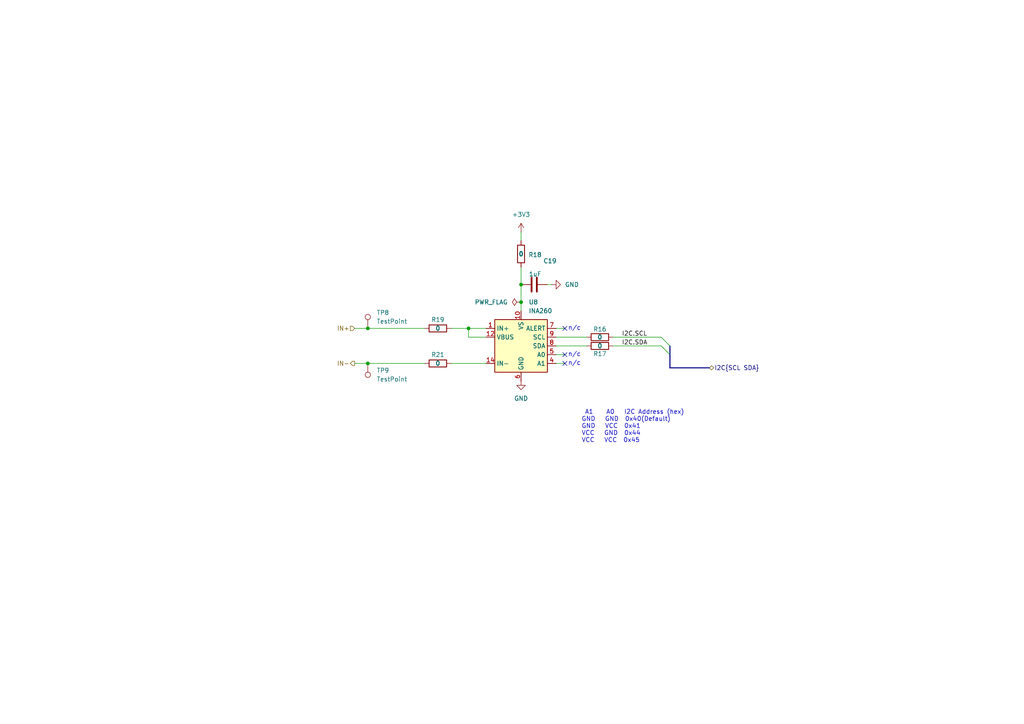
<source format=kicad_sch>
(kicad_sch (version 20231120) (generator "eeschema") (generator_version "8.0")
  (paper "A4")
  (title_block (title "Sensor - Current") (company "catbranchman") (comment 1 "Electrical Engineering Department") (comment 2 "EE 156 / Stanford University") (comment 3 "Flight Club, W6YX, Endurance"))
  (lib_symbols
    (symbol "Connector:TestPoint" (pin_numbers hide) (pin_names (offset 0.762) hide)
      (property "Reference" "TP" (at 0 6.858 0))
      (property "Value" "TestPoint" (at 0 5.08 0))
      (symbol "TestPoint_0_1"
        (circle (center 0 3.302) (radius 0.762))
      )
      (symbol "TestPoint_1_1"
        (pin passive line (at 0 0 90) (length 2.54) (name "1") (number "1"))
      )
    )
    (symbol "Device:C" (pin_numbers hide) (pin_names (offset 0.254))
      (property "Reference" "C" (at 0.635 2.54 0))
      (property "Value" "C" (at 0.635 -2.54 0))
      (symbol "C_0_1"
        (polyline (pts (xy -2.032 -0.762) (xy 2.032 -0.762)) (stroke (width 0.508)))
        (polyline (pts (xy -2.032 0.762) (xy 2.032 0.762)) (stroke (width 0.508)))
      )
      (symbol "C_1_1"
        (pin passive line (at 0 3.81 270) (length 2.794) (name "~") (number "1"))
        (pin passive line (at 0 -3.81 90) (length 2.794) (name "~") (number "2"))
      )
    )
    (symbol "Device:R" (pin_numbers hide) (pin_names (offset 0))
      (property "Reference" "R" (at 2.032 0 90))
      (property "Value" "R" (at 0 0 90))
      (symbol "R_0_1"
        (rectangle (start -1.016 -2.54) (end 1.016 2.54) (stroke (width 0.254)))
      )
      (symbol "R_1_1"
        (pin passive line (at 0 3.81 270) (length 1.27) (name "~") (number "1"))
        (pin passive line (at 0 -3.81 90) (length 1.27) (name "~") (number "2"))
      )
    )
    (symbol "Sensor:INA260"
      (property "Reference" "U" (at -6.35 8.89 0))
      (property "Value" "INA260" (at 2.54 8.89 0))
      (symbol "INA260_0_1"
        (rectangle (start -7.62 7.62) (end 7.62 -7.62) (stroke (width 0.254)) (fill (type background)))
      )
      (symbol "INA260_1_1"
        (pin passive line (at -10.16 5.08 0) (length 2.54) (name "IN+") (number "1"))
        (pin power_in line (at 0 10.16 270) (length 2.54) (name "VS") (number "10"))
        (pin passive line (at 0 -10.16 90) (length 2.54) hide (name "GND") (number "11"))
        (pin passive line (at -10.16 2.54 0) (length 2.54) (name "VBUS") (number "12"))
        (pin no_connect line (at 2.54 -7.62 90) (length 2.54) hide (name "NC") (number "13"))
        (pin passive line (at -10.16 -5.08 0) (length 2.54) (name "IN-") (number "14"))
        (pin passive line (at -10.16 -5.08 0) (length 2.54) hide (name "IN-") (number "15"))
        (pin passive line (at -10.16 -5.08 0) (length 2.54) hide (name "IN-") (number "16"))
        (pin passive line (at -10.16 5.08 0) (length 2.54) hide (name "IN+") (number "2"))
        (pin passive line (at -10.16 5.08 0) (length 2.54) hide (name "IN+") (number "3"))
        (pin input line (at 10.16 -5.08 180) (length 2.54) (name "A1") (number "4"))
        (pin input line (at 10.16 -2.54 180) (length 2.54) (name "A0") (number "5"))
        (pin power_in line (at 0 -10.16 90) (length 2.54) (name "GND") (number "6"))
        (pin open_collector line (at 10.16 5.08 180) (length 2.54) (name "ALERT") (number "7"))
        (pin bidirectional line (at 10.16 0 180) (length 2.54) (name "SDA") (number "8"))
        (pin input line (at 10.16 2.54 180) (length 2.54) (name "SCL") (number "9"))
      )
    )
    (symbol "power:+3V3" (power) (pin_numbers hide) (pin_names (offset 0) hide)
      (property "Value" "+3V3" (at 0 3.556 0))
      (symbol "+3V3_0_1"
        (polyline (pts (xy -0.762 1.27) (xy 0 2.54)))
        (polyline (pts (xy 0 0) (xy 0 2.54)))
        (polyline (pts (xy 0 2.54) (xy 0.762 1.27)))
      )
      (symbol "+3V3_1_1"
        (pin power_in line (at 0 0 90) (length 0) (name "~") (number "1"))
      )
    )
    (symbol "power:GND" (power) (pin_numbers hide) (pin_names (offset 0) hide)
      (property "Value" "GND" (at 0 -3.81 0))
      (symbol "GND_0_1"
        (polyline (pts (xy 0 0) (xy 0 -1.27) (xy 1.27 -1.27) (xy 0 -2.54) (xy -1.27 -1.27) (xy 0 -1.27)))
      )
      (symbol "GND_1_1"
        (pin power_in line (at 0 0 270) (length 0) (name "~") (number "1"))
      )
    )
    (symbol "power:PWR_FLAG" (power) (pin_numbers hide) (pin_names (offset 0) hide)
      (property "Value" "PWR_FLAG" (at 0 3.81 0))
      (symbol "PWR_FLAG_0_0"
        (pin power_out line (at 0 0 90) (length 0) (name "~") (number "1"))
      )
      (symbol "PWR_FLAG_0_1"
        (polyline (pts (xy 0 0) (xy 0 1.27) (xy -1.016 1.905) (xy 0 2.54) (xy 1.016 1.905) (xy 0 1.27)))
      )
    )
  )
  (junction (at 151.13 87.63))
  (junction (at 106.68 95.25))
  (junction (at 106.68 105.41))
  (junction (at 151.13 82.55))
  (junction (at 135.89 95.25))
  (no_connect (at 163.83 95.25))
  (no_connect (at 163.83 102.87))
  (no_connect (at 163.83 105.41))
  (bus_entry (at 191.77 97.79) (size 2.54 2.54))
  (bus_entry (at 191.77 100.33) (size 2.54 2.54))
  (wire (pts (xy 106.68 95.25) (xy 123.19 95.25)))
  (wire (pts (xy 102.87 105.41) (xy 106.68 105.41)))
  (wire (pts (xy 151.13 77.47) (xy 151.13 82.55)))
  (bus (pts (xy 194.31 100.33) (xy 194.31 102.87)))
  (wire (pts (xy 151.13 82.55) (xy 151.13 87.63)))
  (wire (pts (xy 135.89 97.79) (xy 135.89 95.25)))
  (wire (pts (xy 102.87 95.25) (xy 106.68 95.25)))
  (wire (pts (xy 135.89 95.25) (xy 140.97 95.25)))
  (wire (pts (xy 160.02 82.55) (xy 158.75 82.55)))
  (wire (pts (xy 140.97 97.79) (xy 135.89 97.79)))
  (wire (pts (xy 177.8 100.33) (xy 191.77 100.33)))
  (wire (pts (xy 161.29 95.25) (xy 163.83 95.25)))
  (wire (pts (xy 161.29 100.33) (xy 170.18 100.33)))
  (wire (pts (xy 161.29 97.79) (xy 170.18 97.79)))
  (wire (pts (xy 161.29 102.87) (xy 163.83 102.87)))
  (wire (pts (xy 161.29 105.41) (xy 163.83 105.41)))
  (wire (pts (xy 177.8 97.79) (xy 191.77 97.79)))
  (wire (pts (xy 151.13 67.31) (xy 151.13 69.85)))
  (wire (pts (xy 130.81 105.41) (xy 140.97 105.41)))
  (bus (pts (xy 194.31 102.87) (xy 194.31 106.68)))
  (wire (pts (xy 151.13 87.63) (xy 151.13 90.17)))
  (wire (pts (xy 130.81 95.25) (xy 135.89 95.25)))
  (bus (pts (xy 194.31 106.68) (xy 205.74 106.68)))
  (wire (pts (xy 106.68 105.41) (xy 123.19 105.41)))
  (text " A1    A0   I2C Address (hex)\nGND   GND  0x40(Default)\nGND   VCC  0x41\nVCC   GND  0x44\nVCC   VCC  0x45" (at 168.656 118.872 0) (effects (font (size 1.27 1.27)) (justify left top)))
  (text "n/c" (at 166.624 105.41 0) (effects (font (size 1.27 1.27))))
  (text "n/c" (at 166.624 95.25 0) (effects (font (size 1.27 1.27))))
  (text "n/c" (at 166.624 102.87 0) (effects (font (size 1.27 1.27))))
  (label "I2C.SDA" (at 180.34 100.33 0))
  (label "I2C.SCL" (at 180.34 97.79 0))
  (hierarchical_label "I2C{SCL SDA}" (shape bidirectional) (at 205.74 106.68 0))
  (hierarchical_label "IN-" (shape output) (at 102.87 105.41 180))
  (hierarchical_label "IN+" (shape input) (at 102.87 95.25 180))
  (symbol (lib_id "power:GND") (at 160.02 82.55 90) (unit 1)
    (property "Reference" "#PWR073" (effects (hide yes)))
    (property "Value" "GND" (at 163.83 82.5499 90) (effects (justify right)))
    (property "Description" "Power symbol creates a global label with name \"GND\" , ground" (effects (hide yes)))
  )
  (symbol (lib_id "Device:R") (at 127 95.25 270) (unit 1)
    (property "Reference" "R19" (at 127 92.71 90))
    (property "Value" "0" (at 127 95.25 90) (effects (font (thickness 0.254) (bold yes))))
    (property "Footprint" "Resistor_SMD:R_0603_1608Metric" (effects (hide yes)))
    (property "Datasheet" "Datasheet" (effects (hide yes)))
    (property "Description" "Resistor" (effects (hide yes)))
    (property "Mfr" "YAGEO" (effects (hide yes)))
    (property "Mfr P/N" "RC0603JR-070RL" (effects (hide yes)))
    (property "Supplier_1" "Digikey" (effects (hide yes)))
    (property "Supplier_1 P/N" "311-0.0GRCT-ND" (effects (hide yes)))
    (property "Supplier_1 Unit Price" "$0.10000 " (effects (hide yes)))
    (property "Supplier_1 Price @ Qty" "$0.00304 " (effects (hide yes)))
  )
  (symbol (lib_id "Device:R") (at 173.99 97.79 270) (unit 1)
    (property "Reference" "R16" (at 173.99 95.504 90))
    (property "Value" "0" (at 173.99 97.79 90) (effects (font (thickness 0.254) (bold yes))))
    (property "Footprint" "Resistor_SMD:R_0603_1608Metric" (effects (hide yes)))
    (property "Datasheet" "Datasheet" (effects (hide yes)))
    (property "Description" "Resistor" (effects (hide yes)))
    (property "Mfr" "YAGEO" (effects (hide yes)))
    (property "Mfr P/N" "RC0603JR-070RL" (effects (hide yes)))
    (property "Supplier_1" "Digikey" (effects (hide yes)))
    (property "Supplier_1 P/N" "311-0.0GRCT-ND" (effects (hide yes)))
    (property "Supplier_1 Unit Price" "$0.10000 " (effects (hide yes)))
    (property "Supplier_1 Price @ Qty" "$0.00304 " (effects (hide yes)))
  )
  (symbol (lib_id "Connector:TestPoint") (at 106.68 95.25 0) (unit 1)
    (property "Reference" "TP8" (at 109.22 90.6779 0) (effects (justify left)))
    (property "Value" "TestPoint" (at 109.22 93.2179 0) (effects (justify left)))
    (property "Footprint" "TestPoint:TestPoint_Loop_D2.50mm_Drill1.0mm" (effects (hide yes)))
    (property "Datasheet" "https://www.keyelco.com/userAssets/file/M65p56.pdf" (effects (hide yes)))
    (property "Description" "test point" (effects (hide yes)))
    (property "Mfr" "Keystone Electronics" (effects (hide yes)))
    (property "Mfr P/N" "5001" (effects (hide yes)))
    (property "Supplier_1" "Digikey" (effects (hide yes)))
    (property "Supplier_1 P/N" "36-5001-ND" (effects (hide yes)))
    (property "Supplier_1 Unit Price" "$0.41000 " (effects (hide yes)))
    (property "Supplier_1 Price @ Qty" "$0.14964 " (effects (hide yes)))
  )
  (symbol (lib_id "power:GND") (at 151.13 110.49 0) (unit 1)
    (property "Reference" "#PWR052" (effects (hide yes)))
    (property "Value" "GND" (at 151.13 115.57 0))
    (property "Description" "Power symbol creates a global label with name \"GND\" , ground" (effects (hide yes)))
  )
  (symbol (lib_id "Sensor:INA260") (at 151.13 100.33 0) (unit 1)
    (property "Reference" "U8" (at 153.3241 87.63 0) (effects (justify left)))
    (property "Value" "INA260" (at 153.3241 90.17 0) (effects (justify left)))
    (property "Footprint" "Package_SO:TSSOP-16_4.4x5mm_P0.65mm" (effects (hide yes)))
    (property "Datasheet" "http://www.ti.com/lit/ds/symlink/ina260.pdf" (effects (hide yes)))
    (property "Description" "Current Monitor Regulator High/Low-Side 10mA 16-TSSOP" (effects (hide yes)))
    (property "Mfr" "Texas Instruments" (effects (hide yes)))
    (property "Mfr P/N" "INA260AIPWR" (effects (hide yes)))
    (property "Supplier_1" "Digikey" (effects (hide yes)))
    (property "Supplier_1 P/N" "296-47777-1-ND" (effects (hide yes)))
    (property "Supplier_1 Unit Price" "$5.43000" (effects (hide yes)))
    (property "Supplier_1 Price @ Qty" "$2.85475" (effects (hide yes)))
  )
  (symbol (lib_id "Device:R") (at 127 105.41 270) (unit 1)
    (property "Reference" "R21" (at 127 102.87 90))
    (property "Value" "0" (at 127 105.41 90) (effects (font (thickness 0.254) (bold yes))))
    (property "Footprint" "Resistor_SMD:R_0603_1608Metric" (effects (hide yes)))
    (property "Datasheet" "Datasheet" (effects (hide yes)))
    (property "Description" "Resistor" (effects (hide yes)))
    (property "Mfr" "YAGEO" (effects (hide yes)))
    (property "Mfr P/N" "RC0603JR-070RL" (effects (hide yes)))
    (property "Supplier_1" "Digikey" (effects (hide yes)))
    (property "Supplier_1 P/N" "311-0.0GRCT-ND" (effects (hide yes)))
    (property "Supplier_1 Unit Price" "$0.10000 " (effects (hide yes)))
    (property "Supplier_1 Price @ Qty" "$0.00304 " (effects (hide yes)))
  )
  (symbol (lib_id "Device:R") (at 151.13 73.66 180) (unit 1)
    (property "Reference" "R18" (at 155.194 73.914 0))
    (property "Value" "0" (at 151.13 73.66 0) (effects (font (thickness 0.254) (bold yes))))
    (property "Footprint" "Resistor_SMD:R_0603_1608Metric" (effects (hide yes)))
    (property "Datasheet" "Datasheet" (effects (hide yes)))
    (property "Description" "Resistor" (effects (hide yes)))
    (property "Mfr" "YAGEO" (effects (hide yes)))
    (property "Mfr P/N" "RC0603JR-070RL" (effects (hide yes)))
    (property "Supplier_1" "Digikey" (effects (hide yes)))
    (property "Supplier_1 P/N" "311-0.0GRCT-ND" (effects (hide yes)))
    (property "Supplier_1 Unit Price" "$0.10000 " (effects (hide yes)))
    (property "Supplier_1 Price @ Qty" "$0.00304 " (effects (hide yes)))
  )
  (symbol (lib_id "Device:R") (at 173.99 100.33 270) (unit 1)
    (property "Reference" "R17" (at 173.99 102.616 90))
    (property "Value" "0" (at 173.99 100.33 90) (effects (font (thickness 0.254) (bold yes))))
    (property "Footprint" "Resistor_SMD:R_0603_1608Metric" (effects (hide yes)))
    (property "Datasheet" "Datasheet" (effects (hide yes)))
    (property "Description" "Resistor" (effects (hide yes)))
    (property "Mfr" "YAGEO" (effects (hide yes)))
    (property "Mfr P/N" "RC0603JR-070RL" (effects (hide yes)))
    (property "Supplier_1" "Digikey" (effects (hide yes)))
    (property "Supplier_1 P/N" "311-0.0GRCT-ND" (effects (hide yes)))
    (property "Supplier_1 Unit Price" "$0.10000 " (effects (hide yes)))
    (property "Supplier_1 Price @ Qty" "$0.00304 " (effects (hide yes)))
  )
  (symbol (lib_id "Connector:TestPoint") (at 106.68 105.41 180) (unit 1)
    (property "Reference" "TP9" (at 109.22 107.4419 0) (effects (justify right)))
    (property "Value" "TestPoint" (at 109.22 109.9819 0) (effects (justify right)))
    (property "Footprint" "TestPoint:TestPoint_Loop_D2.50mm_Drill1.0mm" (effects (hide yes)))
    (property "Datasheet" "https://www.keyelco.com/userAssets/file/M65p56.pdf" (effects (hide yes)))
    (property "Description" "test point" (effects (hide yes)))
    (property "Mfr" "Keystone Electronics" (effects (hide yes)))
    (property "Mfr P/N" "5001" (effects (hide yes)))
    (property "Supplier_1" "Digikey" (effects (hide yes)))
    (property "Supplier_1 P/N" "36-5001-ND" (effects (hide yes)))
    (property "Supplier_1 Unit Price" "$0.41000 " (effects (hide yes)))
    (property "Supplier_1 Price @ Qty" "$0.14964 " (effects (hide yes)))
  )
  (symbol (lib_id "power:PWR_FLAG") (at 151.13 87.63 90) (unit 1)
    (property "Reference" "#FLG07" (effects (hide yes)))
    (property "Value" "PWR_FLAG" (at 147.32 87.6299 90) (effects (justify left)))
    (property "Description" "Special symbol for telling ERC where power comes from" (effects (hide yes)))
  )
  (symbol (lib_id "Device:C") (at 154.94 82.55 90) (unit 1)
    (property "Reference" "C19" (at 159.512 75.692 90))
    (property "Value" "1uF" (at 155.194 79.502 90))
    (property "Footprint" "Capacitor_SMD:C_0603_1608Metric" (effects (hide yes)))
    (property "Datasheet" "https://www.yageo.com/upload/media/product/productsearch/datasheet/mlcc/UPY-GPHC_X7R_6" (effects (hide yes)))
    (property "Description" "1 uF 10% 16V Ceramic Capacitor X7R 0603 (1608 Metric)" (effects (hide yes)))
    (property "Mfr" "YAGEO" (effects (hide yes)))
    (property "Mfr P/N" "CC0603KRX7R7BB105" (effects (hide yes)))
    (property "Supplier_1" "Digikey" (effects (hide yes)))
    (property "Supplier_1 P/N" "0.10" (effects (hide yes)))
    (property "Supplier_1 Unit Price" "0.03080" (effects (hide yes)))
  )
  (symbol (lib_id "power:+3V3") (at 151.13 67.31 0) (unit 1)
    (property "Reference" "#PWR040" (effects (hide yes)))
    (property "Value" "+3V3" (at 151.13 62.23 0))
    (property "Description" "Power symbol creates a global label with name \"+3V3\"" (effects (hide yes)))
  )
)
</source>
